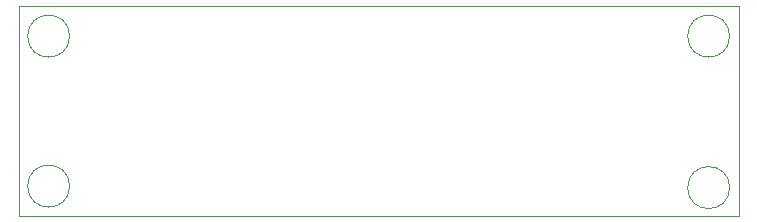
<source format=gbr>
%TF.GenerationSoftware,KiCad,Pcbnew,(6.0.4)*%
%TF.CreationDate,2022-09-19T09:41:04-03:00*%
%TF.ProjectId,Placa de sensores 12,506c6163-6120-4646-9520-73656e736f72,rev?*%
%TF.SameCoordinates,Original*%
%TF.FileFunction,Profile,NP*%
%FSLAX46Y46*%
G04 Gerber Fmt 4.6, Leading zero omitted, Abs format (unit mm)*
G04 Created by KiCad (PCBNEW (6.0.4)) date 2022-09-19 09:41:04*
%MOMM*%
%LPD*%
G01*
G04 APERTURE LIST*
%TA.AperFunction,Profile*%
%ADD10C,0.100000*%
%TD*%
G04 APERTURE END LIST*
D10*
X29718000Y-40640000D02*
G75*
G03*
X29718000Y-40640000I-1778000J0D01*
G01*
X85598000Y-40767000D02*
G75*
G03*
X85598000Y-40767000I-1778000J0D01*
G01*
X29718000Y-27940000D02*
G75*
G03*
X29718000Y-27940000I-1778000J0D01*
G01*
X85598000Y-27940000D02*
G75*
G03*
X85598000Y-27940000I-1778000J0D01*
G01*
X25400000Y-25400000D02*
X86360000Y-25400000D01*
X86360000Y-25400000D02*
X86360000Y-43180000D01*
X86360000Y-43180000D02*
X25400000Y-43180000D01*
X25400000Y-43180000D02*
X25400000Y-25400000D01*
M02*

</source>
